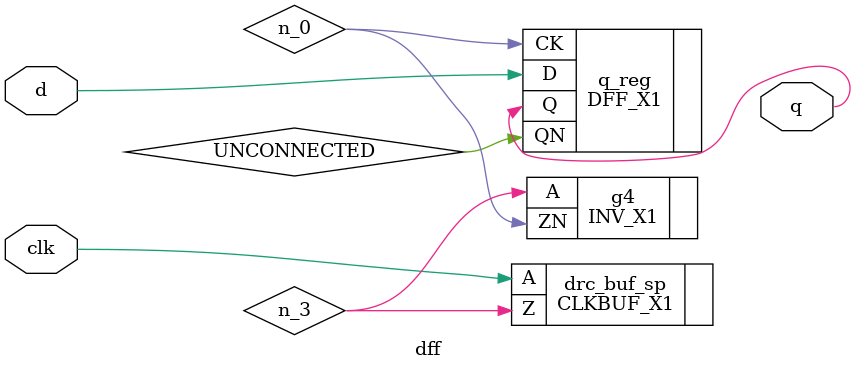
<source format=v>


// Verification Directory fv/dff 

module dff(clk, d, q);
  input clk, d;
  output q;
  wire clk, d;
  wire q;
  wire UNCONNECTED, n_0, n_3;
  DFF_X1 q_reg(.CK (n_0), .D (d), .Q (q), .QN (UNCONNECTED));
  INV_X1 g4(.A (n_3), .ZN (n_0));
  CLKBUF_X1 drc_buf_sp(.A (clk), .Z (n_3));
endmodule


</source>
